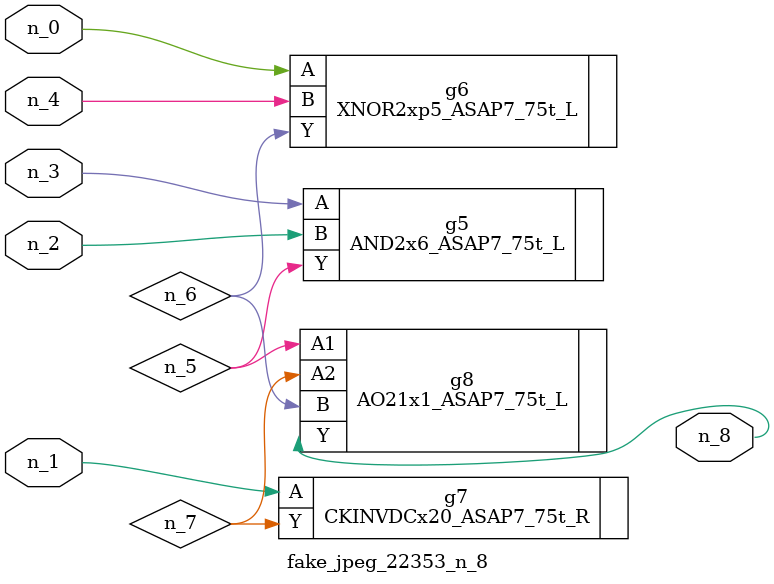
<source format=v>
module fake_jpeg_22353_n_8 (n_3, n_2, n_1, n_0, n_4, n_8);

input n_3;
input n_2;
input n_1;
input n_0;
input n_4;

output n_8;

wire n_6;
wire n_5;
wire n_7;

AND2x6_ASAP7_75t_L g5 ( 
.A(n_3),
.B(n_2),
.Y(n_5)
);

XNOR2xp5_ASAP7_75t_L g6 ( 
.A(n_0),
.B(n_4),
.Y(n_6)
);

CKINVDCx20_ASAP7_75t_R g7 ( 
.A(n_1),
.Y(n_7)
);

AO21x1_ASAP7_75t_L g8 ( 
.A1(n_5),
.A2(n_7),
.B(n_6),
.Y(n_8)
);


endmodule
</source>
